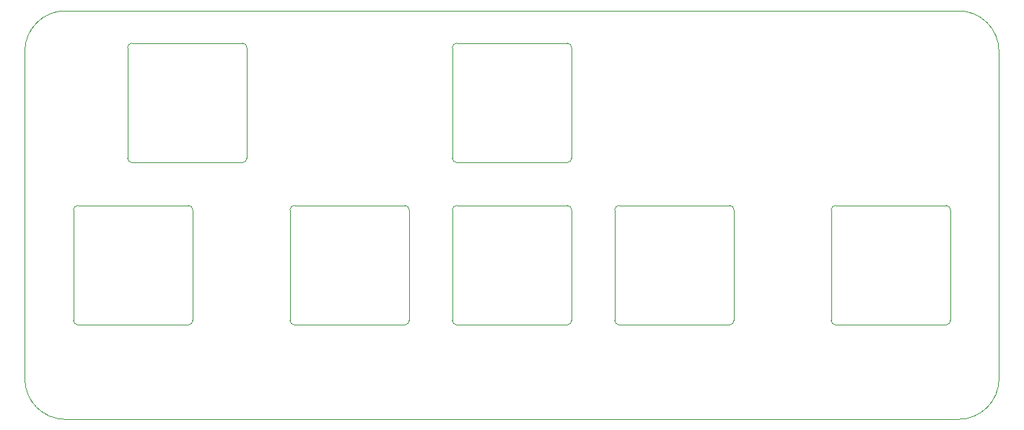
<source format=gbr>
%TF.GenerationSoftware,KiCad,Pcbnew,(6.0.1)*%
%TF.CreationDate,2022-11-23T18:56:56-08:00*%
%TF.ProjectId,JoyKeyMX-plate,4a6f794b-6579-44d5-982d-706c6174652e,rev?*%
%TF.SameCoordinates,Original*%
%TF.FileFunction,Profile,NP*%
%FSLAX46Y46*%
G04 Gerber Fmt 4.6, Leading zero omitted, Abs format (unit mm)*
G04 Created by KiCad (PCBNEW (6.0.1)) date 2022-11-23 18:56:56*
%MOMM*%
%LPD*%
G01*
G04 APERTURE LIST*
%TA.AperFunction,Profile*%
%ADD10C,0.100000*%
%TD*%
%TA.AperFunction,Profile*%
%ADD11C,0.120000*%
%TD*%
G04 APERTURE END LIST*
D10*
X74612500Y-97157096D02*
G75*
G03*
X69850000Y-101919596I0J-4762500D01*
G01*
X69850000Y-101919596D02*
X69850000Y-140335000D01*
X184150000Y-101919596D02*
G75*
G03*
X179387500Y-97157096I-4762500J0D01*
G01*
X179387500Y-145097500D02*
G75*
G03*
X184150000Y-140335000I0J4762500D01*
G01*
X74612500Y-145097500D02*
X179387500Y-145097500D01*
X184150000Y-101919596D02*
X184150000Y-140335000D01*
X74612500Y-97157096D02*
X179387500Y-97157096D01*
X69850000Y-140335000D02*
G75*
G03*
X74612500Y-145097500I4762500J0D01*
G01*
D11*
%TO.C,SW7*%
X153050000Y-120500000D02*
X153050000Y-133500000D01*
X139550000Y-120000000D02*
X152550000Y-120000000D01*
X139550000Y-134000000D02*
X152550000Y-134000000D01*
X139050000Y-120500000D02*
X139050000Y-133500000D01*
X139550000Y-120000000D02*
G75*
G03*
X139050000Y-120500000I1J-500001D01*
G01*
X153050000Y-120500000D02*
G75*
G03*
X152550000Y-120000000I-500001J-1D01*
G01*
X139050000Y-133500000D02*
G75*
G03*
X139550000Y-134000000I500001J1D01*
G01*
X152550000Y-134000000D02*
G75*
G03*
X153050000Y-133500000I-1J500001D01*
G01*
%TO.C,SW3*%
X95900000Y-101450000D02*
X95900000Y-114450000D01*
X82400000Y-100950000D02*
X95400000Y-100950000D01*
X82400000Y-114950000D02*
X95400000Y-114950000D01*
X81900000Y-101450000D02*
X81900000Y-114450000D01*
X82400000Y-100950000D02*
G75*
G03*
X81900000Y-101450000I1J-500001D01*
G01*
X95900000Y-101450000D02*
G75*
G03*
X95400000Y-100950000I-500001J-1D01*
G01*
X81900000Y-114450000D02*
G75*
G03*
X82400000Y-114950000I500001J1D01*
G01*
X95400000Y-114950000D02*
G75*
G03*
X95900000Y-114450000I-1J500001D01*
G01*
%TO.C,SW4*%
X134000000Y-101450000D02*
X134000000Y-114450000D01*
X120500000Y-100950000D02*
X133500000Y-100950000D01*
X120500000Y-114950000D02*
X133500000Y-114950000D01*
X120000000Y-101450000D02*
X120000000Y-114450000D01*
X120500000Y-100950000D02*
G75*
G03*
X120000000Y-101450000I1J-500001D01*
G01*
X134000000Y-101450000D02*
G75*
G03*
X133500000Y-100950000I-500001J-1D01*
G01*
X120000000Y-114450000D02*
G75*
G03*
X120500000Y-114950000I500001J1D01*
G01*
X133500000Y-114950000D02*
G75*
G03*
X134000000Y-114450000I-1J500001D01*
G01*
%TO.C,SW2*%
X178450000Y-120500000D02*
X178450000Y-133500000D01*
X164950000Y-120000000D02*
X177950000Y-120000000D01*
X164950000Y-134000000D02*
X177950000Y-134000000D01*
X164450000Y-120500000D02*
X164450000Y-133500000D01*
X164950000Y-120000000D02*
G75*
G03*
X164450000Y-120500000I1J-500001D01*
G01*
X178450000Y-120500000D02*
G75*
G03*
X177950000Y-120000000I-500001J-1D01*
G01*
X164450000Y-133500000D02*
G75*
G03*
X164950000Y-134000000I500001J1D01*
G01*
X177950000Y-134000000D02*
G75*
G03*
X178450000Y-133500000I-1J500001D01*
G01*
%TO.C,SW1*%
X89550000Y-120500000D02*
X89550000Y-133500000D01*
X76050000Y-120000000D02*
X89050000Y-120000000D01*
X76050000Y-134000000D02*
X89050000Y-134000000D01*
X75550000Y-120500000D02*
X75550000Y-133500000D01*
X76050000Y-120000000D02*
G75*
G03*
X75550000Y-120500000I1J-500001D01*
G01*
X89550000Y-120500000D02*
G75*
G03*
X89050000Y-120000000I-500001J-1D01*
G01*
X75550000Y-133500000D02*
G75*
G03*
X76050000Y-134000000I500001J1D01*
G01*
X89050000Y-134000000D02*
G75*
G03*
X89550000Y-133500000I-1J500001D01*
G01*
%TO.C,SW5*%
X134000000Y-120500000D02*
X134000000Y-133500000D01*
X120500000Y-120000000D02*
X133500000Y-120000000D01*
X120500000Y-134000000D02*
X133500000Y-134000000D01*
X120000000Y-120500000D02*
X120000000Y-133500000D01*
X120500000Y-120000000D02*
G75*
G03*
X120000000Y-120500000I1J-500001D01*
G01*
X134000000Y-120500000D02*
G75*
G03*
X133500000Y-120000000I-500001J-1D01*
G01*
X120000000Y-133500000D02*
G75*
G03*
X120500000Y-134000000I500001J1D01*
G01*
X133500000Y-134000000D02*
G75*
G03*
X134000000Y-133500000I-1J500001D01*
G01*
%TO.C,SW6*%
X114950000Y-120500000D02*
X114950000Y-133500000D01*
X101450000Y-120000000D02*
X114450000Y-120000000D01*
X101450000Y-134000000D02*
X114450000Y-134000000D01*
X100950000Y-120500000D02*
X100950000Y-133500000D01*
X101450000Y-120000000D02*
G75*
G03*
X100950000Y-120500000I1J-500001D01*
G01*
X114950000Y-120500000D02*
G75*
G03*
X114450000Y-120000000I-500001J-1D01*
G01*
X100950000Y-133500000D02*
G75*
G03*
X101450000Y-134000000I500001J1D01*
G01*
X114450000Y-134000000D02*
G75*
G03*
X114950000Y-133500000I-1J500001D01*
G01*
%TD*%
M02*

</source>
